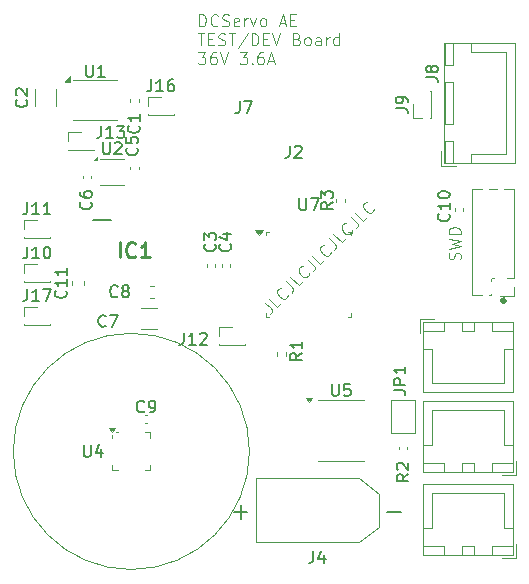
<source format=gbr>
%TF.GenerationSoftware,KiCad,Pcbnew,8.0.2*%
%TF.CreationDate,2024-10-23T20:47:09+03:00*%
%TF.ProjectId,PowerServo AE 36V 3.6A 30D - DEV,506f7765-7253-4657-9276-6f2041452033,rev?*%
%TF.SameCoordinates,Original*%
%TF.FileFunction,Legend,Top*%
%TF.FilePolarity,Positive*%
%FSLAX46Y46*%
G04 Gerber Fmt 4.6, Leading zero omitted, Abs format (unit mm)*
G04 Created by KiCad (PCBNEW 8.0.2) date 2024-10-23 20:47:09*
%MOMM*%
%LPD*%
G01*
G04 APERTURE LIST*
%ADD10C,0.100000*%
%ADD11C,0.300000*%
%ADD12C,0.150000*%
%ADD13C,0.254000*%
%ADD14C,0.120000*%
%ADD15C,0.200000*%
G04 APERTURE END LIST*
D10*
X106309588Y-82395770D02*
X106814665Y-82900847D01*
X106814665Y-82900847D02*
X106882008Y-83035534D01*
X106882008Y-83035534D02*
X106882008Y-83170221D01*
X106882008Y-83170221D02*
X106814665Y-83304908D01*
X106814665Y-83304908D02*
X106747321Y-83372251D01*
X107690130Y-82429442D02*
X107353413Y-82766159D01*
X107353413Y-82766159D02*
X106646306Y-82059053D01*
X108262550Y-81722335D02*
X108262550Y-81789678D01*
X108262550Y-81789678D02*
X108195207Y-81924365D01*
X108195207Y-81924365D02*
X108127863Y-81991709D01*
X108127863Y-81991709D02*
X107993176Y-82059052D01*
X107993176Y-82059052D02*
X107858489Y-82059052D01*
X107858489Y-82059052D02*
X107757474Y-82025381D01*
X107757474Y-82025381D02*
X107589115Y-81924365D01*
X107589115Y-81924365D02*
X107488100Y-81823350D01*
X107488100Y-81823350D02*
X107387085Y-81654991D01*
X107387085Y-81654991D02*
X107353413Y-81553976D01*
X107353413Y-81553976D02*
X107353413Y-81419289D01*
X107353413Y-81419289D02*
X107420757Y-81284602D01*
X107420757Y-81284602D02*
X107488100Y-81217259D01*
X107488100Y-81217259D02*
X107622787Y-81149915D01*
X107622787Y-81149915D02*
X107690131Y-81149915D01*
X108127863Y-80577495D02*
X108632940Y-81082572D01*
X108632940Y-81082572D02*
X108700283Y-81217259D01*
X108700283Y-81217259D02*
X108700283Y-81351946D01*
X108700283Y-81351946D02*
X108632940Y-81486633D01*
X108632940Y-81486633D02*
X108565596Y-81553976D01*
X109508405Y-80611167D02*
X109171688Y-80947884D01*
X109171688Y-80947884D02*
X108464581Y-80240778D01*
X110080825Y-79904060D02*
X110080825Y-79971404D01*
X110080825Y-79971404D02*
X110013482Y-80106091D01*
X110013482Y-80106091D02*
X109946138Y-80173434D01*
X109946138Y-80173434D02*
X109811451Y-80240778D01*
X109811451Y-80240778D02*
X109676764Y-80240778D01*
X109676764Y-80240778D02*
X109575749Y-80207106D01*
X109575749Y-80207106D02*
X109407390Y-80106091D01*
X109407390Y-80106091D02*
X109306375Y-80005075D01*
X109306375Y-80005075D02*
X109205360Y-79836717D01*
X109205360Y-79836717D02*
X109171688Y-79735701D01*
X109171688Y-79735701D02*
X109171688Y-79601014D01*
X109171688Y-79601014D02*
X109239031Y-79466327D01*
X109239031Y-79466327D02*
X109306375Y-79398984D01*
X109306375Y-79398984D02*
X109441062Y-79331640D01*
X109441062Y-79331640D02*
X109508405Y-79331640D01*
X109946138Y-78759220D02*
X110451215Y-79264297D01*
X110451215Y-79264297D02*
X110518558Y-79398984D01*
X110518558Y-79398984D02*
X110518558Y-79533671D01*
X110518558Y-79533671D02*
X110451215Y-79668358D01*
X110451215Y-79668358D02*
X110383871Y-79735701D01*
X111326680Y-78792892D02*
X110989963Y-79129610D01*
X110989963Y-79129610D02*
X110282856Y-78422503D01*
X111899100Y-78085785D02*
X111899100Y-78153129D01*
X111899100Y-78153129D02*
X111831757Y-78287816D01*
X111831757Y-78287816D02*
X111764413Y-78355159D01*
X111764413Y-78355159D02*
X111629726Y-78422503D01*
X111629726Y-78422503D02*
X111495039Y-78422503D01*
X111495039Y-78422503D02*
X111394024Y-78388831D01*
X111394024Y-78388831D02*
X111225665Y-78287816D01*
X111225665Y-78287816D02*
X111124650Y-78186800D01*
X111124650Y-78186800D02*
X111023635Y-78018442D01*
X111023635Y-78018442D02*
X110989963Y-77917426D01*
X110989963Y-77917426D02*
X110989963Y-77782739D01*
X110989963Y-77782739D02*
X111057306Y-77648052D01*
X111057306Y-77648052D02*
X111124650Y-77580709D01*
X111124650Y-77580709D02*
X111259337Y-77513365D01*
X111259337Y-77513365D02*
X111326680Y-77513365D01*
X111764413Y-76940946D02*
X112269489Y-77446022D01*
X112269489Y-77446022D02*
X112336833Y-77580709D01*
X112336833Y-77580709D02*
X112336833Y-77715396D01*
X112336833Y-77715396D02*
X112269489Y-77850083D01*
X112269489Y-77850083D02*
X112202146Y-77917426D01*
X113144955Y-76974617D02*
X112808238Y-77311335D01*
X112808238Y-77311335D02*
X112101131Y-76604228D01*
X113717375Y-76267510D02*
X113717375Y-76334854D01*
X113717375Y-76334854D02*
X113650032Y-76469541D01*
X113650032Y-76469541D02*
X113582688Y-76536884D01*
X113582688Y-76536884D02*
X113448001Y-76604228D01*
X113448001Y-76604228D02*
X113313314Y-76604228D01*
X113313314Y-76604228D02*
X113212299Y-76570556D01*
X113212299Y-76570556D02*
X113043940Y-76469541D01*
X113043940Y-76469541D02*
X112942925Y-76368526D01*
X112942925Y-76368526D02*
X112841909Y-76200167D01*
X112841909Y-76200167D02*
X112808238Y-76099152D01*
X112808238Y-76099152D02*
X112808238Y-75964465D01*
X112808238Y-75964465D02*
X112875581Y-75829777D01*
X112875581Y-75829777D02*
X112942925Y-75762434D01*
X112942925Y-75762434D02*
X113077612Y-75695090D01*
X113077612Y-75695090D02*
X113144955Y-75695090D01*
X113582688Y-75122671D02*
X114087764Y-75627747D01*
X114087764Y-75627747D02*
X114155108Y-75762434D01*
X114155108Y-75762434D02*
X114155108Y-75897121D01*
X114155108Y-75897121D02*
X114087764Y-76031808D01*
X114087764Y-76031808D02*
X114020421Y-76099152D01*
X114963230Y-75156342D02*
X114626512Y-75493060D01*
X114626512Y-75493060D02*
X113919406Y-74785953D01*
X115535650Y-74449235D02*
X115535650Y-74516579D01*
X115535650Y-74516579D02*
X115468306Y-74651266D01*
X115468306Y-74651266D02*
X115400963Y-74718609D01*
X115400963Y-74718609D02*
X115266276Y-74785953D01*
X115266276Y-74785953D02*
X115131589Y-74785953D01*
X115131589Y-74785953D02*
X115030574Y-74752281D01*
X115030574Y-74752281D02*
X114862215Y-74651266D01*
X114862215Y-74651266D02*
X114761200Y-74550251D01*
X114761200Y-74550251D02*
X114660184Y-74381892D01*
X114660184Y-74381892D02*
X114626513Y-74280877D01*
X114626513Y-74280877D02*
X114626513Y-74146190D01*
X114626513Y-74146190D02*
X114693856Y-74011503D01*
X114693856Y-74011503D02*
X114761200Y-73944159D01*
X114761200Y-73944159D02*
X114895887Y-73876816D01*
X114895887Y-73876816D02*
X114963230Y-73876816D01*
X100753884Y-59002531D02*
X100753884Y-58002531D01*
X100753884Y-58002531D02*
X100991979Y-58002531D01*
X100991979Y-58002531D02*
X101134836Y-58050150D01*
X101134836Y-58050150D02*
X101230074Y-58145388D01*
X101230074Y-58145388D02*
X101277693Y-58240626D01*
X101277693Y-58240626D02*
X101325312Y-58431102D01*
X101325312Y-58431102D02*
X101325312Y-58573959D01*
X101325312Y-58573959D02*
X101277693Y-58764435D01*
X101277693Y-58764435D02*
X101230074Y-58859673D01*
X101230074Y-58859673D02*
X101134836Y-58954912D01*
X101134836Y-58954912D02*
X100991979Y-59002531D01*
X100991979Y-59002531D02*
X100753884Y-59002531D01*
X102325312Y-58907292D02*
X102277693Y-58954912D01*
X102277693Y-58954912D02*
X102134836Y-59002531D01*
X102134836Y-59002531D02*
X102039598Y-59002531D01*
X102039598Y-59002531D02*
X101896741Y-58954912D01*
X101896741Y-58954912D02*
X101801503Y-58859673D01*
X101801503Y-58859673D02*
X101753884Y-58764435D01*
X101753884Y-58764435D02*
X101706265Y-58573959D01*
X101706265Y-58573959D02*
X101706265Y-58431102D01*
X101706265Y-58431102D02*
X101753884Y-58240626D01*
X101753884Y-58240626D02*
X101801503Y-58145388D01*
X101801503Y-58145388D02*
X101896741Y-58050150D01*
X101896741Y-58050150D02*
X102039598Y-58002531D01*
X102039598Y-58002531D02*
X102134836Y-58002531D01*
X102134836Y-58002531D02*
X102277693Y-58050150D01*
X102277693Y-58050150D02*
X102325312Y-58097769D01*
X102706265Y-58954912D02*
X102849122Y-59002531D01*
X102849122Y-59002531D02*
X103087217Y-59002531D01*
X103087217Y-59002531D02*
X103182455Y-58954912D01*
X103182455Y-58954912D02*
X103230074Y-58907292D01*
X103230074Y-58907292D02*
X103277693Y-58812054D01*
X103277693Y-58812054D02*
X103277693Y-58716816D01*
X103277693Y-58716816D02*
X103230074Y-58621578D01*
X103230074Y-58621578D02*
X103182455Y-58573959D01*
X103182455Y-58573959D02*
X103087217Y-58526340D01*
X103087217Y-58526340D02*
X102896741Y-58478721D01*
X102896741Y-58478721D02*
X102801503Y-58431102D01*
X102801503Y-58431102D02*
X102753884Y-58383483D01*
X102753884Y-58383483D02*
X102706265Y-58288245D01*
X102706265Y-58288245D02*
X102706265Y-58193007D01*
X102706265Y-58193007D02*
X102753884Y-58097769D01*
X102753884Y-58097769D02*
X102801503Y-58050150D01*
X102801503Y-58050150D02*
X102896741Y-58002531D01*
X102896741Y-58002531D02*
X103134836Y-58002531D01*
X103134836Y-58002531D02*
X103277693Y-58050150D01*
X104087217Y-58954912D02*
X103991979Y-59002531D01*
X103991979Y-59002531D02*
X103801503Y-59002531D01*
X103801503Y-59002531D02*
X103706265Y-58954912D01*
X103706265Y-58954912D02*
X103658646Y-58859673D01*
X103658646Y-58859673D02*
X103658646Y-58478721D01*
X103658646Y-58478721D02*
X103706265Y-58383483D01*
X103706265Y-58383483D02*
X103801503Y-58335864D01*
X103801503Y-58335864D02*
X103991979Y-58335864D01*
X103991979Y-58335864D02*
X104087217Y-58383483D01*
X104087217Y-58383483D02*
X104134836Y-58478721D01*
X104134836Y-58478721D02*
X104134836Y-58573959D01*
X104134836Y-58573959D02*
X103658646Y-58669197D01*
X104563408Y-59002531D02*
X104563408Y-58335864D01*
X104563408Y-58526340D02*
X104611027Y-58431102D01*
X104611027Y-58431102D02*
X104658646Y-58383483D01*
X104658646Y-58383483D02*
X104753884Y-58335864D01*
X104753884Y-58335864D02*
X104849122Y-58335864D01*
X105087218Y-58335864D02*
X105325313Y-59002531D01*
X105325313Y-59002531D02*
X105563408Y-58335864D01*
X106087218Y-59002531D02*
X105991980Y-58954912D01*
X105991980Y-58954912D02*
X105944361Y-58907292D01*
X105944361Y-58907292D02*
X105896742Y-58812054D01*
X105896742Y-58812054D02*
X105896742Y-58526340D01*
X105896742Y-58526340D02*
X105944361Y-58431102D01*
X105944361Y-58431102D02*
X105991980Y-58383483D01*
X105991980Y-58383483D02*
X106087218Y-58335864D01*
X106087218Y-58335864D02*
X106230075Y-58335864D01*
X106230075Y-58335864D02*
X106325313Y-58383483D01*
X106325313Y-58383483D02*
X106372932Y-58431102D01*
X106372932Y-58431102D02*
X106420551Y-58526340D01*
X106420551Y-58526340D02*
X106420551Y-58812054D01*
X106420551Y-58812054D02*
X106372932Y-58907292D01*
X106372932Y-58907292D02*
X106325313Y-58954912D01*
X106325313Y-58954912D02*
X106230075Y-59002531D01*
X106230075Y-59002531D02*
X106087218Y-59002531D01*
X107563409Y-58716816D02*
X108039599Y-58716816D01*
X107468171Y-59002531D02*
X107801504Y-58002531D01*
X107801504Y-58002531D02*
X108134837Y-59002531D01*
X108468171Y-58478721D02*
X108801504Y-58478721D01*
X108944361Y-59002531D02*
X108468171Y-59002531D01*
X108468171Y-59002531D02*
X108468171Y-58002531D01*
X108468171Y-58002531D02*
X108944361Y-58002531D01*
X100611027Y-59612475D02*
X101182455Y-59612475D01*
X100896741Y-60612475D02*
X100896741Y-59612475D01*
X101515789Y-60088665D02*
X101849122Y-60088665D01*
X101991979Y-60612475D02*
X101515789Y-60612475D01*
X101515789Y-60612475D02*
X101515789Y-59612475D01*
X101515789Y-59612475D02*
X101991979Y-59612475D01*
X102372932Y-60564856D02*
X102515789Y-60612475D01*
X102515789Y-60612475D02*
X102753884Y-60612475D01*
X102753884Y-60612475D02*
X102849122Y-60564856D01*
X102849122Y-60564856D02*
X102896741Y-60517236D01*
X102896741Y-60517236D02*
X102944360Y-60421998D01*
X102944360Y-60421998D02*
X102944360Y-60326760D01*
X102944360Y-60326760D02*
X102896741Y-60231522D01*
X102896741Y-60231522D02*
X102849122Y-60183903D01*
X102849122Y-60183903D02*
X102753884Y-60136284D01*
X102753884Y-60136284D02*
X102563408Y-60088665D01*
X102563408Y-60088665D02*
X102468170Y-60041046D01*
X102468170Y-60041046D02*
X102420551Y-59993427D01*
X102420551Y-59993427D02*
X102372932Y-59898189D01*
X102372932Y-59898189D02*
X102372932Y-59802951D01*
X102372932Y-59802951D02*
X102420551Y-59707713D01*
X102420551Y-59707713D02*
X102468170Y-59660094D01*
X102468170Y-59660094D02*
X102563408Y-59612475D01*
X102563408Y-59612475D02*
X102801503Y-59612475D01*
X102801503Y-59612475D02*
X102944360Y-59660094D01*
X103230075Y-59612475D02*
X103801503Y-59612475D01*
X103515789Y-60612475D02*
X103515789Y-59612475D01*
X104849122Y-59564856D02*
X103991980Y-60850570D01*
X105182456Y-60612475D02*
X105182456Y-59612475D01*
X105182456Y-59612475D02*
X105420551Y-59612475D01*
X105420551Y-59612475D02*
X105563408Y-59660094D01*
X105563408Y-59660094D02*
X105658646Y-59755332D01*
X105658646Y-59755332D02*
X105706265Y-59850570D01*
X105706265Y-59850570D02*
X105753884Y-60041046D01*
X105753884Y-60041046D02*
X105753884Y-60183903D01*
X105753884Y-60183903D02*
X105706265Y-60374379D01*
X105706265Y-60374379D02*
X105658646Y-60469617D01*
X105658646Y-60469617D02*
X105563408Y-60564856D01*
X105563408Y-60564856D02*
X105420551Y-60612475D01*
X105420551Y-60612475D02*
X105182456Y-60612475D01*
X106182456Y-60088665D02*
X106515789Y-60088665D01*
X106658646Y-60612475D02*
X106182456Y-60612475D01*
X106182456Y-60612475D02*
X106182456Y-59612475D01*
X106182456Y-59612475D02*
X106658646Y-59612475D01*
X106944361Y-59612475D02*
X107277694Y-60612475D01*
X107277694Y-60612475D02*
X107611027Y-59612475D01*
X109039599Y-60088665D02*
X109182456Y-60136284D01*
X109182456Y-60136284D02*
X109230075Y-60183903D01*
X109230075Y-60183903D02*
X109277694Y-60279141D01*
X109277694Y-60279141D02*
X109277694Y-60421998D01*
X109277694Y-60421998D02*
X109230075Y-60517236D01*
X109230075Y-60517236D02*
X109182456Y-60564856D01*
X109182456Y-60564856D02*
X109087218Y-60612475D01*
X109087218Y-60612475D02*
X108706266Y-60612475D01*
X108706266Y-60612475D02*
X108706266Y-59612475D01*
X108706266Y-59612475D02*
X109039599Y-59612475D01*
X109039599Y-59612475D02*
X109134837Y-59660094D01*
X109134837Y-59660094D02*
X109182456Y-59707713D01*
X109182456Y-59707713D02*
X109230075Y-59802951D01*
X109230075Y-59802951D02*
X109230075Y-59898189D01*
X109230075Y-59898189D02*
X109182456Y-59993427D01*
X109182456Y-59993427D02*
X109134837Y-60041046D01*
X109134837Y-60041046D02*
X109039599Y-60088665D01*
X109039599Y-60088665D02*
X108706266Y-60088665D01*
X109849123Y-60612475D02*
X109753885Y-60564856D01*
X109753885Y-60564856D02*
X109706266Y-60517236D01*
X109706266Y-60517236D02*
X109658647Y-60421998D01*
X109658647Y-60421998D02*
X109658647Y-60136284D01*
X109658647Y-60136284D02*
X109706266Y-60041046D01*
X109706266Y-60041046D02*
X109753885Y-59993427D01*
X109753885Y-59993427D02*
X109849123Y-59945808D01*
X109849123Y-59945808D02*
X109991980Y-59945808D01*
X109991980Y-59945808D02*
X110087218Y-59993427D01*
X110087218Y-59993427D02*
X110134837Y-60041046D01*
X110134837Y-60041046D02*
X110182456Y-60136284D01*
X110182456Y-60136284D02*
X110182456Y-60421998D01*
X110182456Y-60421998D02*
X110134837Y-60517236D01*
X110134837Y-60517236D02*
X110087218Y-60564856D01*
X110087218Y-60564856D02*
X109991980Y-60612475D01*
X109991980Y-60612475D02*
X109849123Y-60612475D01*
X111039599Y-60612475D02*
X111039599Y-60088665D01*
X111039599Y-60088665D02*
X110991980Y-59993427D01*
X110991980Y-59993427D02*
X110896742Y-59945808D01*
X110896742Y-59945808D02*
X110706266Y-59945808D01*
X110706266Y-59945808D02*
X110611028Y-59993427D01*
X111039599Y-60564856D02*
X110944361Y-60612475D01*
X110944361Y-60612475D02*
X110706266Y-60612475D01*
X110706266Y-60612475D02*
X110611028Y-60564856D01*
X110611028Y-60564856D02*
X110563409Y-60469617D01*
X110563409Y-60469617D02*
X110563409Y-60374379D01*
X110563409Y-60374379D02*
X110611028Y-60279141D01*
X110611028Y-60279141D02*
X110706266Y-60231522D01*
X110706266Y-60231522D02*
X110944361Y-60231522D01*
X110944361Y-60231522D02*
X111039599Y-60183903D01*
X111515790Y-60612475D02*
X111515790Y-59945808D01*
X111515790Y-60136284D02*
X111563409Y-60041046D01*
X111563409Y-60041046D02*
X111611028Y-59993427D01*
X111611028Y-59993427D02*
X111706266Y-59945808D01*
X111706266Y-59945808D02*
X111801504Y-59945808D01*
X112563409Y-60612475D02*
X112563409Y-59612475D01*
X112563409Y-60564856D02*
X112468171Y-60612475D01*
X112468171Y-60612475D02*
X112277695Y-60612475D01*
X112277695Y-60612475D02*
X112182457Y-60564856D01*
X112182457Y-60564856D02*
X112134838Y-60517236D01*
X112134838Y-60517236D02*
X112087219Y-60421998D01*
X112087219Y-60421998D02*
X112087219Y-60136284D01*
X112087219Y-60136284D02*
X112134838Y-60041046D01*
X112134838Y-60041046D02*
X112182457Y-59993427D01*
X112182457Y-59993427D02*
X112277695Y-59945808D01*
X112277695Y-59945808D02*
X112468171Y-59945808D01*
X112468171Y-59945808D02*
X112563409Y-59993427D01*
X100658646Y-61222419D02*
X101277693Y-61222419D01*
X101277693Y-61222419D02*
X100944360Y-61603371D01*
X100944360Y-61603371D02*
X101087217Y-61603371D01*
X101087217Y-61603371D02*
X101182455Y-61650990D01*
X101182455Y-61650990D02*
X101230074Y-61698609D01*
X101230074Y-61698609D02*
X101277693Y-61793847D01*
X101277693Y-61793847D02*
X101277693Y-62031942D01*
X101277693Y-62031942D02*
X101230074Y-62127180D01*
X101230074Y-62127180D02*
X101182455Y-62174800D01*
X101182455Y-62174800D02*
X101087217Y-62222419D01*
X101087217Y-62222419D02*
X100801503Y-62222419D01*
X100801503Y-62222419D02*
X100706265Y-62174800D01*
X100706265Y-62174800D02*
X100658646Y-62127180D01*
X102134836Y-61222419D02*
X101944360Y-61222419D01*
X101944360Y-61222419D02*
X101849122Y-61270038D01*
X101849122Y-61270038D02*
X101801503Y-61317657D01*
X101801503Y-61317657D02*
X101706265Y-61460514D01*
X101706265Y-61460514D02*
X101658646Y-61650990D01*
X101658646Y-61650990D02*
X101658646Y-62031942D01*
X101658646Y-62031942D02*
X101706265Y-62127180D01*
X101706265Y-62127180D02*
X101753884Y-62174800D01*
X101753884Y-62174800D02*
X101849122Y-62222419D01*
X101849122Y-62222419D02*
X102039598Y-62222419D01*
X102039598Y-62222419D02*
X102134836Y-62174800D01*
X102134836Y-62174800D02*
X102182455Y-62127180D01*
X102182455Y-62127180D02*
X102230074Y-62031942D01*
X102230074Y-62031942D02*
X102230074Y-61793847D01*
X102230074Y-61793847D02*
X102182455Y-61698609D01*
X102182455Y-61698609D02*
X102134836Y-61650990D01*
X102134836Y-61650990D02*
X102039598Y-61603371D01*
X102039598Y-61603371D02*
X101849122Y-61603371D01*
X101849122Y-61603371D02*
X101753884Y-61650990D01*
X101753884Y-61650990D02*
X101706265Y-61698609D01*
X101706265Y-61698609D02*
X101658646Y-61793847D01*
X102515789Y-61222419D02*
X102849122Y-62222419D01*
X102849122Y-62222419D02*
X103182455Y-61222419D01*
X104182456Y-61222419D02*
X104801503Y-61222419D01*
X104801503Y-61222419D02*
X104468170Y-61603371D01*
X104468170Y-61603371D02*
X104611027Y-61603371D01*
X104611027Y-61603371D02*
X104706265Y-61650990D01*
X104706265Y-61650990D02*
X104753884Y-61698609D01*
X104753884Y-61698609D02*
X104801503Y-61793847D01*
X104801503Y-61793847D02*
X104801503Y-62031942D01*
X104801503Y-62031942D02*
X104753884Y-62127180D01*
X104753884Y-62127180D02*
X104706265Y-62174800D01*
X104706265Y-62174800D02*
X104611027Y-62222419D01*
X104611027Y-62222419D02*
X104325313Y-62222419D01*
X104325313Y-62222419D02*
X104230075Y-62174800D01*
X104230075Y-62174800D02*
X104182456Y-62127180D01*
X105230075Y-62127180D02*
X105277694Y-62174800D01*
X105277694Y-62174800D02*
X105230075Y-62222419D01*
X105230075Y-62222419D02*
X105182456Y-62174800D01*
X105182456Y-62174800D02*
X105230075Y-62127180D01*
X105230075Y-62127180D02*
X105230075Y-62222419D01*
X106134836Y-61222419D02*
X105944360Y-61222419D01*
X105944360Y-61222419D02*
X105849122Y-61270038D01*
X105849122Y-61270038D02*
X105801503Y-61317657D01*
X105801503Y-61317657D02*
X105706265Y-61460514D01*
X105706265Y-61460514D02*
X105658646Y-61650990D01*
X105658646Y-61650990D02*
X105658646Y-62031942D01*
X105658646Y-62031942D02*
X105706265Y-62127180D01*
X105706265Y-62127180D02*
X105753884Y-62174800D01*
X105753884Y-62174800D02*
X105849122Y-62222419D01*
X105849122Y-62222419D02*
X106039598Y-62222419D01*
X106039598Y-62222419D02*
X106134836Y-62174800D01*
X106134836Y-62174800D02*
X106182455Y-62127180D01*
X106182455Y-62127180D02*
X106230074Y-62031942D01*
X106230074Y-62031942D02*
X106230074Y-61793847D01*
X106230074Y-61793847D02*
X106182455Y-61698609D01*
X106182455Y-61698609D02*
X106134836Y-61650990D01*
X106134836Y-61650990D02*
X106039598Y-61603371D01*
X106039598Y-61603371D02*
X105849122Y-61603371D01*
X105849122Y-61603371D02*
X105753884Y-61650990D01*
X105753884Y-61650990D02*
X105706265Y-61698609D01*
X105706265Y-61698609D02*
X105658646Y-61793847D01*
X106611027Y-61936704D02*
X107087217Y-61936704D01*
X106515789Y-62222419D02*
X106849122Y-61222419D01*
X106849122Y-61222419D02*
X107182455Y-62222419D01*
X105000000Y-95000000D02*
G75*
G02*
X85000000Y-95000000I-10000000J0D01*
G01*
X85000000Y-95000000D02*
G75*
G02*
X105000000Y-95000000I10000000J0D01*
G01*
D11*
X126650000Y-82250000D02*
G75*
G02*
X126350000Y-82250000I-150000J0D01*
G01*
X126350000Y-82250000D02*
G75*
G02*
X126650000Y-82250000I150000J0D01*
G01*
D10*
X122824800Y-78743734D02*
X122872419Y-78600877D01*
X122872419Y-78600877D02*
X122872419Y-78362782D01*
X122872419Y-78362782D02*
X122824800Y-78267544D01*
X122824800Y-78267544D02*
X122777180Y-78219925D01*
X122777180Y-78219925D02*
X122681942Y-78172306D01*
X122681942Y-78172306D02*
X122586704Y-78172306D01*
X122586704Y-78172306D02*
X122491466Y-78219925D01*
X122491466Y-78219925D02*
X122443847Y-78267544D01*
X122443847Y-78267544D02*
X122396228Y-78362782D01*
X122396228Y-78362782D02*
X122348609Y-78553258D01*
X122348609Y-78553258D02*
X122300990Y-78648496D01*
X122300990Y-78648496D02*
X122253371Y-78696115D01*
X122253371Y-78696115D02*
X122158133Y-78743734D01*
X122158133Y-78743734D02*
X122062895Y-78743734D01*
X122062895Y-78743734D02*
X121967657Y-78696115D01*
X121967657Y-78696115D02*
X121920038Y-78648496D01*
X121920038Y-78648496D02*
X121872419Y-78553258D01*
X121872419Y-78553258D02*
X121872419Y-78315163D01*
X121872419Y-78315163D02*
X121920038Y-78172306D01*
X121872419Y-77838972D02*
X122872419Y-77600877D01*
X122872419Y-77600877D02*
X122158133Y-77410401D01*
X122158133Y-77410401D02*
X122872419Y-77219925D01*
X122872419Y-77219925D02*
X121872419Y-76981830D01*
X122872419Y-76600877D02*
X121872419Y-76600877D01*
X121872419Y-76600877D02*
X121872419Y-76362782D01*
X121872419Y-76362782D02*
X121920038Y-76219925D01*
X121920038Y-76219925D02*
X122015276Y-76124687D01*
X122015276Y-76124687D02*
X122110514Y-76077068D01*
X122110514Y-76077068D02*
X122300990Y-76029449D01*
X122300990Y-76029449D02*
X122443847Y-76029449D01*
X122443847Y-76029449D02*
X122634323Y-76077068D01*
X122634323Y-76077068D02*
X122729561Y-76124687D01*
X122729561Y-76124687D02*
X122824800Y-76219925D01*
X122824800Y-76219925D02*
X122872419Y-76362782D01*
X122872419Y-76362782D02*
X122872419Y-76600877D01*
D12*
X103359580Y-77456666D02*
X103407200Y-77504285D01*
X103407200Y-77504285D02*
X103454819Y-77647142D01*
X103454819Y-77647142D02*
X103454819Y-77742380D01*
X103454819Y-77742380D02*
X103407200Y-77885237D01*
X103407200Y-77885237D02*
X103311961Y-77980475D01*
X103311961Y-77980475D02*
X103216723Y-78028094D01*
X103216723Y-78028094D02*
X103026247Y-78075713D01*
X103026247Y-78075713D02*
X102883390Y-78075713D01*
X102883390Y-78075713D02*
X102692914Y-78028094D01*
X102692914Y-78028094D02*
X102597676Y-77980475D01*
X102597676Y-77980475D02*
X102502438Y-77885237D01*
X102502438Y-77885237D02*
X102454819Y-77742380D01*
X102454819Y-77742380D02*
X102454819Y-77647142D01*
X102454819Y-77647142D02*
X102502438Y-77504285D01*
X102502438Y-77504285D02*
X102550057Y-77456666D01*
X102788152Y-76599523D02*
X103454819Y-76599523D01*
X102407200Y-76837618D02*
X103121485Y-77075713D01*
X103121485Y-77075713D02*
X103121485Y-76456666D01*
X118454821Y-96916668D02*
X117978630Y-97250001D01*
X118454821Y-97488096D02*
X117454821Y-97488096D01*
X117454821Y-97488096D02*
X117454821Y-97107144D01*
X117454821Y-97107144D02*
X117502440Y-97011906D01*
X117502440Y-97011906D02*
X117550059Y-96964287D01*
X117550059Y-96964287D02*
X117645297Y-96916668D01*
X117645297Y-96916668D02*
X117788154Y-96916668D01*
X117788154Y-96916668D02*
X117883392Y-96964287D01*
X117883392Y-96964287D02*
X117931011Y-97011906D01*
X117931011Y-97011906D02*
X117978630Y-97107144D01*
X117978630Y-97107144D02*
X117978630Y-97488096D01*
X117550059Y-96535715D02*
X117502440Y-96488096D01*
X117502440Y-96488096D02*
X117454821Y-96392858D01*
X117454821Y-96392858D02*
X117454821Y-96154763D01*
X117454821Y-96154763D02*
X117502440Y-96059525D01*
X117502440Y-96059525D02*
X117550059Y-96011906D01*
X117550059Y-96011906D02*
X117645297Y-95964287D01*
X117645297Y-95964287D02*
X117740535Y-95964287D01*
X117740535Y-95964287D02*
X117883392Y-96011906D01*
X117883392Y-96011906D02*
X118454821Y-96583334D01*
X118454821Y-96583334D02*
X118454821Y-95964287D01*
X119954821Y-63333335D02*
X120669106Y-63333335D01*
X120669106Y-63333335D02*
X120811963Y-63380954D01*
X120811963Y-63380954D02*
X120907202Y-63476192D01*
X120907202Y-63476192D02*
X120954821Y-63619049D01*
X120954821Y-63619049D02*
X120954821Y-63714287D01*
X120383392Y-62714287D02*
X120335773Y-62809525D01*
X120335773Y-62809525D02*
X120288154Y-62857144D01*
X120288154Y-62857144D02*
X120192916Y-62904763D01*
X120192916Y-62904763D02*
X120145297Y-62904763D01*
X120145297Y-62904763D02*
X120050059Y-62857144D01*
X120050059Y-62857144D02*
X120002440Y-62809525D01*
X120002440Y-62809525D02*
X119954821Y-62714287D01*
X119954821Y-62714287D02*
X119954821Y-62523811D01*
X119954821Y-62523811D02*
X120002440Y-62428573D01*
X120002440Y-62428573D02*
X120050059Y-62380954D01*
X120050059Y-62380954D02*
X120145297Y-62333335D01*
X120145297Y-62333335D02*
X120192916Y-62333335D01*
X120192916Y-62333335D02*
X120288154Y-62380954D01*
X120288154Y-62380954D02*
X120335773Y-62428573D01*
X120335773Y-62428573D02*
X120383392Y-62523811D01*
X120383392Y-62523811D02*
X120383392Y-62714287D01*
X120383392Y-62714287D02*
X120431011Y-62809525D01*
X120431011Y-62809525D02*
X120478630Y-62857144D01*
X120478630Y-62857144D02*
X120573868Y-62904763D01*
X120573868Y-62904763D02*
X120764344Y-62904763D01*
X120764344Y-62904763D02*
X120859582Y-62857144D01*
X120859582Y-62857144D02*
X120907202Y-62809525D01*
X120907202Y-62809525D02*
X120954821Y-62714287D01*
X120954821Y-62714287D02*
X120954821Y-62523811D01*
X120954821Y-62523811D02*
X120907202Y-62428573D01*
X120907202Y-62428573D02*
X120859582Y-62380954D01*
X120859582Y-62380954D02*
X120764344Y-62333335D01*
X120764344Y-62333335D02*
X120573868Y-62333335D01*
X120573868Y-62333335D02*
X120478630Y-62380954D01*
X120478630Y-62380954D02*
X120431011Y-62428573D01*
X120431011Y-62428573D02*
X120383392Y-62523811D01*
X112034819Y-73916666D02*
X111558628Y-74249999D01*
X112034819Y-74488094D02*
X111034819Y-74488094D01*
X111034819Y-74488094D02*
X111034819Y-74107142D01*
X111034819Y-74107142D02*
X111082438Y-74011904D01*
X111082438Y-74011904D02*
X111130057Y-73964285D01*
X111130057Y-73964285D02*
X111225295Y-73916666D01*
X111225295Y-73916666D02*
X111368152Y-73916666D01*
X111368152Y-73916666D02*
X111463390Y-73964285D01*
X111463390Y-73964285D02*
X111511009Y-74011904D01*
X111511009Y-74011904D02*
X111558628Y-74107142D01*
X111558628Y-74107142D02*
X111558628Y-74488094D01*
X111034819Y-73583332D02*
X111034819Y-72964285D01*
X111034819Y-72964285D02*
X111415771Y-73297618D01*
X111415771Y-73297618D02*
X111415771Y-73154761D01*
X111415771Y-73154761D02*
X111463390Y-73059523D01*
X111463390Y-73059523D02*
X111511009Y-73011904D01*
X111511009Y-73011904D02*
X111606247Y-72964285D01*
X111606247Y-72964285D02*
X111844342Y-72964285D01*
X111844342Y-72964285D02*
X111939580Y-73011904D01*
X111939580Y-73011904D02*
X111987200Y-73059523D01*
X111987200Y-73059523D02*
X112034819Y-73154761D01*
X112034819Y-73154761D02*
X112034819Y-73440475D01*
X112034819Y-73440475D02*
X111987200Y-73535713D01*
X111987200Y-73535713D02*
X111939580Y-73583332D01*
X95472080Y-69296668D02*
X95519700Y-69344287D01*
X95519700Y-69344287D02*
X95567319Y-69487144D01*
X95567319Y-69487144D02*
X95567319Y-69582382D01*
X95567319Y-69582382D02*
X95519700Y-69725239D01*
X95519700Y-69725239D02*
X95424461Y-69820477D01*
X95424461Y-69820477D02*
X95329223Y-69868096D01*
X95329223Y-69868096D02*
X95138747Y-69915715D01*
X95138747Y-69915715D02*
X94995890Y-69915715D01*
X94995890Y-69915715D02*
X94805414Y-69868096D01*
X94805414Y-69868096D02*
X94710176Y-69820477D01*
X94710176Y-69820477D02*
X94614938Y-69725239D01*
X94614938Y-69725239D02*
X94567319Y-69582382D01*
X94567319Y-69582382D02*
X94567319Y-69487144D01*
X94567319Y-69487144D02*
X94614938Y-69344287D01*
X94614938Y-69344287D02*
X94662557Y-69296668D01*
X94567319Y-68391906D02*
X94567319Y-68868096D01*
X94567319Y-68868096D02*
X95043509Y-68915715D01*
X95043509Y-68915715D02*
X94995890Y-68868096D01*
X94995890Y-68868096D02*
X94948271Y-68772858D01*
X94948271Y-68772858D02*
X94948271Y-68534763D01*
X94948271Y-68534763D02*
X94995890Y-68439525D01*
X94995890Y-68439525D02*
X95043509Y-68391906D01*
X95043509Y-68391906D02*
X95138747Y-68344287D01*
X95138747Y-68344287D02*
X95376842Y-68344287D01*
X95376842Y-68344287D02*
X95472080Y-68391906D01*
X95472080Y-68391906D02*
X95519700Y-68439525D01*
X95519700Y-68439525D02*
X95567319Y-68534763D01*
X95567319Y-68534763D02*
X95567319Y-68772858D01*
X95567319Y-68772858D02*
X95519700Y-68868096D01*
X95519700Y-68868096D02*
X95472080Y-68915715D01*
X86190476Y-77664819D02*
X86190476Y-78379104D01*
X86190476Y-78379104D02*
X86142857Y-78521961D01*
X86142857Y-78521961D02*
X86047619Y-78617200D01*
X86047619Y-78617200D02*
X85904762Y-78664819D01*
X85904762Y-78664819D02*
X85809524Y-78664819D01*
X87190476Y-78664819D02*
X86619048Y-78664819D01*
X86904762Y-78664819D02*
X86904762Y-77664819D01*
X86904762Y-77664819D02*
X86809524Y-77807676D01*
X86809524Y-77807676D02*
X86714286Y-77902914D01*
X86714286Y-77902914D02*
X86619048Y-77950533D01*
X87809524Y-77664819D02*
X87904762Y-77664819D01*
X87904762Y-77664819D02*
X88000000Y-77712438D01*
X88000000Y-77712438D02*
X88047619Y-77760057D01*
X88047619Y-77760057D02*
X88095238Y-77855295D01*
X88095238Y-77855295D02*
X88142857Y-78045771D01*
X88142857Y-78045771D02*
X88142857Y-78283866D01*
X88142857Y-78283866D02*
X88095238Y-78474342D01*
X88095238Y-78474342D02*
X88047619Y-78569580D01*
X88047619Y-78569580D02*
X88000000Y-78617200D01*
X88000000Y-78617200D02*
X87904762Y-78664819D01*
X87904762Y-78664819D02*
X87809524Y-78664819D01*
X87809524Y-78664819D02*
X87714286Y-78617200D01*
X87714286Y-78617200D02*
X87666667Y-78569580D01*
X87666667Y-78569580D02*
X87619048Y-78474342D01*
X87619048Y-78474342D02*
X87571429Y-78283866D01*
X87571429Y-78283866D02*
X87571429Y-78045771D01*
X87571429Y-78045771D02*
X87619048Y-77855295D01*
X87619048Y-77855295D02*
X87666667Y-77760057D01*
X87666667Y-77760057D02*
X87714286Y-77712438D01*
X87714286Y-77712438D02*
X87809524Y-77664819D01*
X110416668Y-103454819D02*
X110416668Y-104169104D01*
X110416668Y-104169104D02*
X110369049Y-104311961D01*
X110369049Y-104311961D02*
X110273811Y-104407200D01*
X110273811Y-104407200D02*
X110130954Y-104454819D01*
X110130954Y-104454819D02*
X110035716Y-104454819D01*
X111321430Y-103788152D02*
X111321430Y-104454819D01*
X111083335Y-103407200D02*
X110845240Y-104121485D01*
X110845240Y-104121485D02*
X111464287Y-104121485D01*
X116678571Y-100114700D02*
X117821429Y-100114700D01*
X103678571Y-100114697D02*
X104821429Y-100114697D01*
X104250000Y-100686125D02*
X104250000Y-99543268D01*
X90988095Y-94454819D02*
X90988095Y-95264342D01*
X90988095Y-95264342D02*
X91035714Y-95359580D01*
X91035714Y-95359580D02*
X91083333Y-95407200D01*
X91083333Y-95407200D02*
X91178571Y-95454819D01*
X91178571Y-95454819D02*
X91369047Y-95454819D01*
X91369047Y-95454819D02*
X91464285Y-95407200D01*
X91464285Y-95407200D02*
X91511904Y-95359580D01*
X91511904Y-95359580D02*
X91559523Y-95264342D01*
X91559523Y-95264342D02*
X91559523Y-94454819D01*
X92464285Y-94788152D02*
X92464285Y-95454819D01*
X92226190Y-94407200D02*
X91988095Y-95121485D01*
X91988095Y-95121485D02*
X92607142Y-95121485D01*
X86190476Y-73914819D02*
X86190476Y-74629104D01*
X86190476Y-74629104D02*
X86142857Y-74771961D01*
X86142857Y-74771961D02*
X86047619Y-74867200D01*
X86047619Y-74867200D02*
X85904762Y-74914819D01*
X85904762Y-74914819D02*
X85809524Y-74914819D01*
X87190476Y-74914819D02*
X86619048Y-74914819D01*
X86904762Y-74914819D02*
X86904762Y-73914819D01*
X86904762Y-73914819D02*
X86809524Y-74057676D01*
X86809524Y-74057676D02*
X86714286Y-74152914D01*
X86714286Y-74152914D02*
X86619048Y-74200533D01*
X88142857Y-74914819D02*
X87571429Y-74914819D01*
X87857143Y-74914819D02*
X87857143Y-73914819D01*
X87857143Y-73914819D02*
X87761905Y-74057676D01*
X87761905Y-74057676D02*
X87666667Y-74152914D01*
X87666667Y-74152914D02*
X87571429Y-74200533D01*
X111988096Y-89304822D02*
X111988096Y-90114345D01*
X111988096Y-90114345D02*
X112035715Y-90209583D01*
X112035715Y-90209583D02*
X112083334Y-90257203D01*
X112083334Y-90257203D02*
X112178572Y-90304822D01*
X112178572Y-90304822D02*
X112369048Y-90304822D01*
X112369048Y-90304822D02*
X112464286Y-90257203D01*
X112464286Y-90257203D02*
X112511905Y-90209583D01*
X112511905Y-90209583D02*
X112559524Y-90114345D01*
X112559524Y-90114345D02*
X112559524Y-89304822D01*
X113511905Y-89304822D02*
X113035715Y-89304822D01*
X113035715Y-89304822D02*
X112988096Y-89781012D01*
X112988096Y-89781012D02*
X113035715Y-89733393D01*
X113035715Y-89733393D02*
X113130953Y-89685774D01*
X113130953Y-89685774D02*
X113369048Y-89685774D01*
X113369048Y-89685774D02*
X113464286Y-89733393D01*
X113464286Y-89733393D02*
X113511905Y-89781012D01*
X113511905Y-89781012D02*
X113559524Y-89876250D01*
X113559524Y-89876250D02*
X113559524Y-90114345D01*
X113559524Y-90114345D02*
X113511905Y-90209583D01*
X113511905Y-90209583D02*
X113464286Y-90257203D01*
X113464286Y-90257203D02*
X113369048Y-90304822D01*
X113369048Y-90304822D02*
X113130953Y-90304822D01*
X113130953Y-90304822D02*
X113035715Y-90257203D01*
X113035715Y-90257203D02*
X112988096Y-90209583D01*
X86190476Y-81259819D02*
X86190476Y-81974104D01*
X86190476Y-81974104D02*
X86142857Y-82116961D01*
X86142857Y-82116961D02*
X86047619Y-82212200D01*
X86047619Y-82212200D02*
X85904762Y-82259819D01*
X85904762Y-82259819D02*
X85809524Y-82259819D01*
X87190476Y-82259819D02*
X86619048Y-82259819D01*
X86904762Y-82259819D02*
X86904762Y-81259819D01*
X86904762Y-81259819D02*
X86809524Y-81402676D01*
X86809524Y-81402676D02*
X86714286Y-81497914D01*
X86714286Y-81497914D02*
X86619048Y-81545533D01*
X87523810Y-81259819D02*
X88190476Y-81259819D01*
X88190476Y-81259819D02*
X87761905Y-82259819D01*
X89429581Y-81392858D02*
X89477201Y-81440477D01*
X89477201Y-81440477D02*
X89524820Y-81583334D01*
X89524820Y-81583334D02*
X89524820Y-81678572D01*
X89524820Y-81678572D02*
X89477201Y-81821429D01*
X89477201Y-81821429D02*
X89381962Y-81916667D01*
X89381962Y-81916667D02*
X89286724Y-81964286D01*
X89286724Y-81964286D02*
X89096248Y-82011905D01*
X89096248Y-82011905D02*
X88953391Y-82011905D01*
X88953391Y-82011905D02*
X88762915Y-81964286D01*
X88762915Y-81964286D02*
X88667677Y-81916667D01*
X88667677Y-81916667D02*
X88572439Y-81821429D01*
X88572439Y-81821429D02*
X88524820Y-81678572D01*
X88524820Y-81678572D02*
X88524820Y-81583334D01*
X88524820Y-81583334D02*
X88572439Y-81440477D01*
X88572439Y-81440477D02*
X88620058Y-81392858D01*
X89524820Y-80440477D02*
X89524820Y-81011905D01*
X89524820Y-80726191D02*
X88524820Y-80726191D01*
X88524820Y-80726191D02*
X88667677Y-80821429D01*
X88667677Y-80821429D02*
X88762915Y-80916667D01*
X88762915Y-80916667D02*
X88810534Y-81011905D01*
X89524820Y-79488096D02*
X89524820Y-80059524D01*
X89524820Y-79773810D02*
X88524820Y-79773810D01*
X88524820Y-79773810D02*
X88667677Y-79869048D01*
X88667677Y-79869048D02*
X88762915Y-79964286D01*
X88762915Y-79964286D02*
X88810534Y-80059524D01*
X108416666Y-69124819D02*
X108416666Y-69839104D01*
X108416666Y-69839104D02*
X108369047Y-69981961D01*
X108369047Y-69981961D02*
X108273809Y-70077200D01*
X108273809Y-70077200D02*
X108130952Y-70124819D01*
X108130952Y-70124819D02*
X108035714Y-70124819D01*
X108845238Y-69220057D02*
X108892857Y-69172438D01*
X108892857Y-69172438D02*
X108988095Y-69124819D01*
X108988095Y-69124819D02*
X109226190Y-69124819D01*
X109226190Y-69124819D02*
X109321428Y-69172438D01*
X109321428Y-69172438D02*
X109369047Y-69220057D01*
X109369047Y-69220057D02*
X109416666Y-69315295D01*
X109416666Y-69315295D02*
X109416666Y-69410533D01*
X109416666Y-69410533D02*
X109369047Y-69553390D01*
X109369047Y-69553390D02*
X108797619Y-70124819D01*
X108797619Y-70124819D02*
X109416666Y-70124819D01*
X117204819Y-89833332D02*
X117919104Y-89833332D01*
X117919104Y-89833332D02*
X118061961Y-89880951D01*
X118061961Y-89880951D02*
X118157200Y-89976189D01*
X118157200Y-89976189D02*
X118204819Y-90119046D01*
X118204819Y-90119046D02*
X118204819Y-90214284D01*
X118204819Y-89357141D02*
X117204819Y-89357141D01*
X117204819Y-89357141D02*
X117204819Y-88976189D01*
X117204819Y-88976189D02*
X117252438Y-88880951D01*
X117252438Y-88880951D02*
X117300057Y-88833332D01*
X117300057Y-88833332D02*
X117395295Y-88785713D01*
X117395295Y-88785713D02*
X117538152Y-88785713D01*
X117538152Y-88785713D02*
X117633390Y-88833332D01*
X117633390Y-88833332D02*
X117681009Y-88880951D01*
X117681009Y-88880951D02*
X117728628Y-88976189D01*
X117728628Y-88976189D02*
X117728628Y-89357141D01*
X118204819Y-87833332D02*
X118204819Y-88404760D01*
X118204819Y-88119046D02*
X117204819Y-88119046D01*
X117204819Y-88119046D02*
X117347676Y-88214284D01*
X117347676Y-88214284D02*
X117442914Y-88309522D01*
X117442914Y-88309522D02*
X117490533Y-88404760D01*
X96690476Y-63509820D02*
X96690476Y-64224105D01*
X96690476Y-64224105D02*
X96642857Y-64366962D01*
X96642857Y-64366962D02*
X96547619Y-64462201D01*
X96547619Y-64462201D02*
X96404762Y-64509820D01*
X96404762Y-64509820D02*
X96309524Y-64509820D01*
X97690476Y-64509820D02*
X97119048Y-64509820D01*
X97404762Y-64509820D02*
X97404762Y-63509820D01*
X97404762Y-63509820D02*
X97309524Y-63652677D01*
X97309524Y-63652677D02*
X97214286Y-63747915D01*
X97214286Y-63747915D02*
X97119048Y-63795534D01*
X98547619Y-63509820D02*
X98357143Y-63509820D01*
X98357143Y-63509820D02*
X98261905Y-63557439D01*
X98261905Y-63557439D02*
X98214286Y-63605058D01*
X98214286Y-63605058D02*
X98119048Y-63747915D01*
X98119048Y-63747915D02*
X98071429Y-63938391D01*
X98071429Y-63938391D02*
X98071429Y-64319343D01*
X98071429Y-64319343D02*
X98119048Y-64414581D01*
X98119048Y-64414581D02*
X98166667Y-64462201D01*
X98166667Y-64462201D02*
X98261905Y-64509820D01*
X98261905Y-64509820D02*
X98452381Y-64509820D01*
X98452381Y-64509820D02*
X98547619Y-64462201D01*
X98547619Y-64462201D02*
X98595238Y-64414581D01*
X98595238Y-64414581D02*
X98642857Y-64319343D01*
X98642857Y-64319343D02*
X98642857Y-64081248D01*
X98642857Y-64081248D02*
X98595238Y-63986010D01*
X98595238Y-63986010D02*
X98547619Y-63938391D01*
X98547619Y-63938391D02*
X98452381Y-63890772D01*
X98452381Y-63890772D02*
X98261905Y-63890772D01*
X98261905Y-63890772D02*
X98166667Y-63938391D01*
X98166667Y-63938391D02*
X98119048Y-63986010D01*
X98119048Y-63986010D02*
X98071429Y-64081248D01*
X91549579Y-73896666D02*
X91597199Y-73944285D01*
X91597199Y-73944285D02*
X91644818Y-74087142D01*
X91644818Y-74087142D02*
X91644818Y-74182380D01*
X91644818Y-74182380D02*
X91597199Y-74325237D01*
X91597199Y-74325237D02*
X91501960Y-74420475D01*
X91501960Y-74420475D02*
X91406722Y-74468094D01*
X91406722Y-74468094D02*
X91216246Y-74515713D01*
X91216246Y-74515713D02*
X91073389Y-74515713D01*
X91073389Y-74515713D02*
X90882913Y-74468094D01*
X90882913Y-74468094D02*
X90787675Y-74420475D01*
X90787675Y-74420475D02*
X90692437Y-74325237D01*
X90692437Y-74325237D02*
X90644818Y-74182380D01*
X90644818Y-74182380D02*
X90644818Y-74087142D01*
X90644818Y-74087142D02*
X90692437Y-73944285D01*
X90692437Y-73944285D02*
X90740056Y-73896666D01*
X90644818Y-73039523D02*
X90644818Y-73229999D01*
X90644818Y-73229999D02*
X90692437Y-73325237D01*
X90692437Y-73325237D02*
X90740056Y-73372856D01*
X90740056Y-73372856D02*
X90882913Y-73468094D01*
X90882913Y-73468094D02*
X91073389Y-73515713D01*
X91073389Y-73515713D02*
X91454341Y-73515713D01*
X91454341Y-73515713D02*
X91549579Y-73468094D01*
X91549579Y-73468094D02*
X91597199Y-73420475D01*
X91597199Y-73420475D02*
X91644818Y-73325237D01*
X91644818Y-73325237D02*
X91644818Y-73134761D01*
X91644818Y-73134761D02*
X91597199Y-73039523D01*
X91597199Y-73039523D02*
X91549579Y-72991904D01*
X91549579Y-72991904D02*
X91454341Y-72944285D01*
X91454341Y-72944285D02*
X91216246Y-72944285D01*
X91216246Y-72944285D02*
X91121008Y-72991904D01*
X91121008Y-72991904D02*
X91073389Y-73039523D01*
X91073389Y-73039523D02*
X91025770Y-73134761D01*
X91025770Y-73134761D02*
X91025770Y-73325237D01*
X91025770Y-73325237D02*
X91073389Y-73420475D01*
X91073389Y-73420475D02*
X91121008Y-73468094D01*
X91121008Y-73468094D02*
X91216246Y-73515713D01*
X109238095Y-73574819D02*
X109238095Y-74384342D01*
X109238095Y-74384342D02*
X109285714Y-74479580D01*
X109285714Y-74479580D02*
X109333333Y-74527200D01*
X109333333Y-74527200D02*
X109428571Y-74574819D01*
X109428571Y-74574819D02*
X109619047Y-74574819D01*
X109619047Y-74574819D02*
X109714285Y-74527200D01*
X109714285Y-74527200D02*
X109761904Y-74479580D01*
X109761904Y-74479580D02*
X109809523Y-74384342D01*
X109809523Y-74384342D02*
X109809523Y-73574819D01*
X110190476Y-73574819D02*
X110857142Y-73574819D01*
X110857142Y-73574819D02*
X110428571Y-74574819D01*
D13*
X94010237Y-78574318D02*
X94010237Y-77304318D01*
X95340714Y-78453365D02*
X95280238Y-78513842D01*
X95280238Y-78513842D02*
X95098809Y-78574318D01*
X95098809Y-78574318D02*
X94977857Y-78574318D01*
X94977857Y-78574318D02*
X94796428Y-78513842D01*
X94796428Y-78513842D02*
X94675476Y-78392889D01*
X94675476Y-78392889D02*
X94614999Y-78271937D01*
X94614999Y-78271937D02*
X94554523Y-78030032D01*
X94554523Y-78030032D02*
X94554523Y-77848603D01*
X94554523Y-77848603D02*
X94614999Y-77606699D01*
X94614999Y-77606699D02*
X94675476Y-77485746D01*
X94675476Y-77485746D02*
X94796428Y-77364794D01*
X94796428Y-77364794D02*
X94977857Y-77304318D01*
X94977857Y-77304318D02*
X95098809Y-77304318D01*
X95098809Y-77304318D02*
X95280238Y-77364794D01*
X95280238Y-77364794D02*
X95340714Y-77425270D01*
X96550238Y-78574318D02*
X95824523Y-78574318D01*
X96187380Y-78574318D02*
X96187380Y-77304318D01*
X96187380Y-77304318D02*
X96066428Y-77485746D01*
X96066428Y-77485746D02*
X95945476Y-77606699D01*
X95945476Y-77606699D02*
X95824523Y-77667175D01*
D12*
X99440476Y-84954819D02*
X99440476Y-85669104D01*
X99440476Y-85669104D02*
X99392857Y-85811961D01*
X99392857Y-85811961D02*
X99297619Y-85907200D01*
X99297619Y-85907200D02*
X99154762Y-85954819D01*
X99154762Y-85954819D02*
X99059524Y-85954819D01*
X100440476Y-85954819D02*
X99869048Y-85954819D01*
X100154762Y-85954819D02*
X100154762Y-84954819D01*
X100154762Y-84954819D02*
X100059524Y-85097676D01*
X100059524Y-85097676D02*
X99964286Y-85192914D01*
X99964286Y-85192914D02*
X99869048Y-85240533D01*
X100821429Y-85050057D02*
X100869048Y-85002438D01*
X100869048Y-85002438D02*
X100964286Y-84954819D01*
X100964286Y-84954819D02*
X101202381Y-84954819D01*
X101202381Y-84954819D02*
X101297619Y-85002438D01*
X101297619Y-85002438D02*
X101345238Y-85050057D01*
X101345238Y-85050057D02*
X101392857Y-85145295D01*
X101392857Y-85145295D02*
X101392857Y-85240533D01*
X101392857Y-85240533D02*
X101345238Y-85383390D01*
X101345238Y-85383390D02*
X100773810Y-85954819D01*
X100773810Y-85954819D02*
X101392857Y-85954819D01*
X104166666Y-65374819D02*
X104166666Y-66089104D01*
X104166666Y-66089104D02*
X104119047Y-66231961D01*
X104119047Y-66231961D02*
X104023809Y-66327200D01*
X104023809Y-66327200D02*
X103880952Y-66374819D01*
X103880952Y-66374819D02*
X103785714Y-66374819D01*
X104547619Y-65374819D02*
X105214285Y-65374819D01*
X105214285Y-65374819D02*
X104785714Y-66374819D01*
X92600595Y-68834825D02*
X92600595Y-69644348D01*
X92600595Y-69644348D02*
X92648214Y-69739586D01*
X92648214Y-69739586D02*
X92695833Y-69787206D01*
X92695833Y-69787206D02*
X92791071Y-69834825D01*
X92791071Y-69834825D02*
X92981547Y-69834825D01*
X92981547Y-69834825D02*
X93076785Y-69787206D01*
X93076785Y-69787206D02*
X93124404Y-69739586D01*
X93124404Y-69739586D02*
X93172023Y-69644348D01*
X93172023Y-69644348D02*
X93172023Y-68834825D01*
X93600595Y-68930063D02*
X93648214Y-68882444D01*
X93648214Y-68882444D02*
X93743452Y-68834825D01*
X93743452Y-68834825D02*
X93981547Y-68834825D01*
X93981547Y-68834825D02*
X94076785Y-68882444D01*
X94076785Y-68882444D02*
X94124404Y-68930063D01*
X94124404Y-68930063D02*
X94172023Y-69025301D01*
X94172023Y-69025301D02*
X94172023Y-69120539D01*
X94172023Y-69120539D02*
X94124404Y-69263396D01*
X94124404Y-69263396D02*
X93552976Y-69834825D01*
X93552976Y-69834825D02*
X94172023Y-69834825D01*
X92833333Y-84359580D02*
X92785714Y-84407200D01*
X92785714Y-84407200D02*
X92642857Y-84454819D01*
X92642857Y-84454819D02*
X92547619Y-84454819D01*
X92547619Y-84454819D02*
X92404762Y-84407200D01*
X92404762Y-84407200D02*
X92309524Y-84311961D01*
X92309524Y-84311961D02*
X92261905Y-84216723D01*
X92261905Y-84216723D02*
X92214286Y-84026247D01*
X92214286Y-84026247D02*
X92214286Y-83883390D01*
X92214286Y-83883390D02*
X92261905Y-83692914D01*
X92261905Y-83692914D02*
X92309524Y-83597676D01*
X92309524Y-83597676D02*
X92404762Y-83502438D01*
X92404762Y-83502438D02*
X92547619Y-83454819D01*
X92547619Y-83454819D02*
X92642857Y-83454819D01*
X92642857Y-83454819D02*
X92785714Y-83502438D01*
X92785714Y-83502438D02*
X92833333Y-83550057D01*
X93166667Y-83454819D02*
X93833333Y-83454819D01*
X93833333Y-83454819D02*
X93404762Y-84454819D01*
X96083333Y-91609580D02*
X96035714Y-91657200D01*
X96035714Y-91657200D02*
X95892857Y-91704819D01*
X95892857Y-91704819D02*
X95797619Y-91704819D01*
X95797619Y-91704819D02*
X95654762Y-91657200D01*
X95654762Y-91657200D02*
X95559524Y-91561961D01*
X95559524Y-91561961D02*
X95511905Y-91466723D01*
X95511905Y-91466723D02*
X95464286Y-91276247D01*
X95464286Y-91276247D02*
X95464286Y-91133390D01*
X95464286Y-91133390D02*
X95511905Y-90942914D01*
X95511905Y-90942914D02*
X95559524Y-90847676D01*
X95559524Y-90847676D02*
X95654762Y-90752438D01*
X95654762Y-90752438D02*
X95797619Y-90704819D01*
X95797619Y-90704819D02*
X95892857Y-90704819D01*
X95892857Y-90704819D02*
X96035714Y-90752438D01*
X96035714Y-90752438D02*
X96083333Y-90800057D01*
X96559524Y-91704819D02*
X96750000Y-91704819D01*
X96750000Y-91704819D02*
X96845238Y-91657200D01*
X96845238Y-91657200D02*
X96892857Y-91609580D01*
X96892857Y-91609580D02*
X96988095Y-91466723D01*
X96988095Y-91466723D02*
X97035714Y-91276247D01*
X97035714Y-91276247D02*
X97035714Y-90895295D01*
X97035714Y-90895295D02*
X96988095Y-90800057D01*
X96988095Y-90800057D02*
X96940476Y-90752438D01*
X96940476Y-90752438D02*
X96845238Y-90704819D01*
X96845238Y-90704819D02*
X96654762Y-90704819D01*
X96654762Y-90704819D02*
X96559524Y-90752438D01*
X96559524Y-90752438D02*
X96511905Y-90800057D01*
X96511905Y-90800057D02*
X96464286Y-90895295D01*
X96464286Y-90895295D02*
X96464286Y-91133390D01*
X96464286Y-91133390D02*
X96511905Y-91228628D01*
X96511905Y-91228628D02*
X96559524Y-91276247D01*
X96559524Y-91276247D02*
X96654762Y-91323866D01*
X96654762Y-91323866D02*
X96845238Y-91323866D01*
X96845238Y-91323866D02*
X96940476Y-91276247D01*
X96940476Y-91276247D02*
X96988095Y-91228628D01*
X96988095Y-91228628D02*
X97035714Y-91133390D01*
X109454819Y-86666666D02*
X108978628Y-86999999D01*
X109454819Y-87238094D02*
X108454819Y-87238094D01*
X108454819Y-87238094D02*
X108454819Y-86857142D01*
X108454819Y-86857142D02*
X108502438Y-86761904D01*
X108502438Y-86761904D02*
X108550057Y-86714285D01*
X108550057Y-86714285D02*
X108645295Y-86666666D01*
X108645295Y-86666666D02*
X108788152Y-86666666D01*
X108788152Y-86666666D02*
X108883390Y-86714285D01*
X108883390Y-86714285D02*
X108931009Y-86761904D01*
X108931009Y-86761904D02*
X108978628Y-86857142D01*
X108978628Y-86857142D02*
X108978628Y-87238094D01*
X109454819Y-85714285D02*
X109454819Y-86285713D01*
X109454819Y-85999999D02*
X108454819Y-85999999D01*
X108454819Y-85999999D02*
X108597676Y-86095237D01*
X108597676Y-86095237D02*
X108692914Y-86190475D01*
X108692914Y-86190475D02*
X108740533Y-86285713D01*
X92440476Y-67454820D02*
X92440476Y-68169105D01*
X92440476Y-68169105D02*
X92392857Y-68311962D01*
X92392857Y-68311962D02*
X92297619Y-68407201D01*
X92297619Y-68407201D02*
X92154762Y-68454820D01*
X92154762Y-68454820D02*
X92059524Y-68454820D01*
X93440476Y-68454820D02*
X92869048Y-68454820D01*
X93154762Y-68454820D02*
X93154762Y-67454820D01*
X93154762Y-67454820D02*
X93059524Y-67597677D01*
X93059524Y-67597677D02*
X92964286Y-67692915D01*
X92964286Y-67692915D02*
X92869048Y-67740534D01*
X93773810Y-67454820D02*
X94392857Y-67454820D01*
X94392857Y-67454820D02*
X94059524Y-67835772D01*
X94059524Y-67835772D02*
X94202381Y-67835772D01*
X94202381Y-67835772D02*
X94297619Y-67883391D01*
X94297619Y-67883391D02*
X94345238Y-67931010D01*
X94345238Y-67931010D02*
X94392857Y-68026248D01*
X94392857Y-68026248D02*
X94392857Y-68264343D01*
X94392857Y-68264343D02*
X94345238Y-68359581D01*
X94345238Y-68359581D02*
X94297619Y-68407201D01*
X94297619Y-68407201D02*
X94202381Y-68454820D01*
X94202381Y-68454820D02*
X93916667Y-68454820D01*
X93916667Y-68454820D02*
X93821429Y-68407201D01*
X93821429Y-68407201D02*
X93773810Y-68359581D01*
X102079583Y-77456665D02*
X102127203Y-77504284D01*
X102127203Y-77504284D02*
X102174822Y-77647141D01*
X102174822Y-77647141D02*
X102174822Y-77742379D01*
X102174822Y-77742379D02*
X102127203Y-77885236D01*
X102127203Y-77885236D02*
X102031964Y-77980474D01*
X102031964Y-77980474D02*
X101936726Y-78028093D01*
X101936726Y-78028093D02*
X101746250Y-78075712D01*
X101746250Y-78075712D02*
X101603393Y-78075712D01*
X101603393Y-78075712D02*
X101412917Y-78028093D01*
X101412917Y-78028093D02*
X101317679Y-77980474D01*
X101317679Y-77980474D02*
X101222441Y-77885236D01*
X101222441Y-77885236D02*
X101174822Y-77742379D01*
X101174822Y-77742379D02*
X101174822Y-77647141D01*
X101174822Y-77647141D02*
X101222441Y-77504284D01*
X101222441Y-77504284D02*
X101270060Y-77456665D01*
X101174822Y-77123331D02*
X101174822Y-76504284D01*
X101174822Y-76504284D02*
X101555774Y-76837617D01*
X101555774Y-76837617D02*
X101555774Y-76694760D01*
X101555774Y-76694760D02*
X101603393Y-76599522D01*
X101603393Y-76599522D02*
X101651012Y-76551903D01*
X101651012Y-76551903D02*
X101746250Y-76504284D01*
X101746250Y-76504284D02*
X101984345Y-76504284D01*
X101984345Y-76504284D02*
X102079583Y-76551903D01*
X102079583Y-76551903D02*
X102127203Y-76599522D01*
X102127203Y-76599522D02*
X102174822Y-76694760D01*
X102174822Y-76694760D02*
X102174822Y-76980474D01*
X102174822Y-76980474D02*
X102127203Y-77075712D01*
X102127203Y-77075712D02*
X102079583Y-77123331D01*
X93833333Y-81859580D02*
X93785714Y-81907200D01*
X93785714Y-81907200D02*
X93642857Y-81954819D01*
X93642857Y-81954819D02*
X93547619Y-81954819D01*
X93547619Y-81954819D02*
X93404762Y-81907200D01*
X93404762Y-81907200D02*
X93309524Y-81811961D01*
X93309524Y-81811961D02*
X93261905Y-81716723D01*
X93261905Y-81716723D02*
X93214286Y-81526247D01*
X93214286Y-81526247D02*
X93214286Y-81383390D01*
X93214286Y-81383390D02*
X93261905Y-81192914D01*
X93261905Y-81192914D02*
X93309524Y-81097676D01*
X93309524Y-81097676D02*
X93404762Y-81002438D01*
X93404762Y-81002438D02*
X93547619Y-80954819D01*
X93547619Y-80954819D02*
X93642857Y-80954819D01*
X93642857Y-80954819D02*
X93785714Y-81002438D01*
X93785714Y-81002438D02*
X93833333Y-81050057D01*
X94404762Y-81383390D02*
X94309524Y-81335771D01*
X94309524Y-81335771D02*
X94261905Y-81288152D01*
X94261905Y-81288152D02*
X94214286Y-81192914D01*
X94214286Y-81192914D02*
X94214286Y-81145295D01*
X94214286Y-81145295D02*
X94261905Y-81050057D01*
X94261905Y-81050057D02*
X94309524Y-81002438D01*
X94309524Y-81002438D02*
X94404762Y-80954819D01*
X94404762Y-80954819D02*
X94595238Y-80954819D01*
X94595238Y-80954819D02*
X94690476Y-81002438D01*
X94690476Y-81002438D02*
X94738095Y-81050057D01*
X94738095Y-81050057D02*
X94785714Y-81145295D01*
X94785714Y-81145295D02*
X94785714Y-81192914D01*
X94785714Y-81192914D02*
X94738095Y-81288152D01*
X94738095Y-81288152D02*
X94690476Y-81335771D01*
X94690476Y-81335771D02*
X94595238Y-81383390D01*
X94595238Y-81383390D02*
X94404762Y-81383390D01*
X94404762Y-81383390D02*
X94309524Y-81431009D01*
X94309524Y-81431009D02*
X94261905Y-81478628D01*
X94261905Y-81478628D02*
X94214286Y-81573866D01*
X94214286Y-81573866D02*
X94214286Y-81764342D01*
X94214286Y-81764342D02*
X94261905Y-81859580D01*
X94261905Y-81859580D02*
X94309524Y-81907200D01*
X94309524Y-81907200D02*
X94404762Y-81954819D01*
X94404762Y-81954819D02*
X94595238Y-81954819D01*
X94595238Y-81954819D02*
X94690476Y-81907200D01*
X94690476Y-81907200D02*
X94738095Y-81859580D01*
X94738095Y-81859580D02*
X94785714Y-81764342D01*
X94785714Y-81764342D02*
X94785714Y-81573866D01*
X94785714Y-81573866D02*
X94738095Y-81478628D01*
X94738095Y-81478628D02*
X94690476Y-81431009D01*
X94690476Y-81431009D02*
X94595238Y-81383390D01*
X121859580Y-74892858D02*
X121907200Y-74940477D01*
X121907200Y-74940477D02*
X121954819Y-75083334D01*
X121954819Y-75083334D02*
X121954819Y-75178572D01*
X121954819Y-75178572D02*
X121907200Y-75321429D01*
X121907200Y-75321429D02*
X121811961Y-75416667D01*
X121811961Y-75416667D02*
X121716723Y-75464286D01*
X121716723Y-75464286D02*
X121526247Y-75511905D01*
X121526247Y-75511905D02*
X121383390Y-75511905D01*
X121383390Y-75511905D02*
X121192914Y-75464286D01*
X121192914Y-75464286D02*
X121097676Y-75416667D01*
X121097676Y-75416667D02*
X121002438Y-75321429D01*
X121002438Y-75321429D02*
X120954819Y-75178572D01*
X120954819Y-75178572D02*
X120954819Y-75083334D01*
X120954819Y-75083334D02*
X121002438Y-74940477D01*
X121002438Y-74940477D02*
X121050057Y-74892858D01*
X121954819Y-73940477D02*
X121954819Y-74511905D01*
X121954819Y-74226191D02*
X120954819Y-74226191D01*
X120954819Y-74226191D02*
X121097676Y-74321429D01*
X121097676Y-74321429D02*
X121192914Y-74416667D01*
X121192914Y-74416667D02*
X121240533Y-74511905D01*
X120954819Y-73321429D02*
X120954819Y-73226191D01*
X120954819Y-73226191D02*
X121002438Y-73130953D01*
X121002438Y-73130953D02*
X121050057Y-73083334D01*
X121050057Y-73083334D02*
X121145295Y-73035715D01*
X121145295Y-73035715D02*
X121335771Y-72988096D01*
X121335771Y-72988096D02*
X121573866Y-72988096D01*
X121573866Y-72988096D02*
X121764342Y-73035715D01*
X121764342Y-73035715D02*
X121859580Y-73083334D01*
X121859580Y-73083334D02*
X121907200Y-73130953D01*
X121907200Y-73130953D02*
X121954819Y-73226191D01*
X121954819Y-73226191D02*
X121954819Y-73321429D01*
X121954819Y-73321429D02*
X121907200Y-73416667D01*
X121907200Y-73416667D02*
X121859580Y-73464286D01*
X121859580Y-73464286D02*
X121764342Y-73511905D01*
X121764342Y-73511905D02*
X121573866Y-73559524D01*
X121573866Y-73559524D02*
X121335771Y-73559524D01*
X121335771Y-73559524D02*
X121145295Y-73511905D01*
X121145295Y-73511905D02*
X121050057Y-73464286D01*
X121050057Y-73464286D02*
X121002438Y-73416667D01*
X121002438Y-73416667D02*
X120954819Y-73321429D01*
X91163093Y-62284819D02*
X91163093Y-63094342D01*
X91163093Y-63094342D02*
X91210712Y-63189580D01*
X91210712Y-63189580D02*
X91258331Y-63237200D01*
X91258331Y-63237200D02*
X91353569Y-63284819D01*
X91353569Y-63284819D02*
X91544045Y-63284819D01*
X91544045Y-63284819D02*
X91639283Y-63237200D01*
X91639283Y-63237200D02*
X91686902Y-63189580D01*
X91686902Y-63189580D02*
X91734521Y-63094342D01*
X91734521Y-63094342D02*
X91734521Y-62284819D01*
X92734521Y-63284819D02*
X92163093Y-63284819D01*
X92448807Y-63284819D02*
X92448807Y-62284819D01*
X92448807Y-62284819D02*
X92353569Y-62427676D01*
X92353569Y-62427676D02*
X92258331Y-62522914D01*
X92258331Y-62522914D02*
X92163093Y-62570533D01*
X86109580Y-65226668D02*
X86157200Y-65274287D01*
X86157200Y-65274287D02*
X86204819Y-65417144D01*
X86204819Y-65417144D02*
X86204819Y-65512382D01*
X86204819Y-65512382D02*
X86157200Y-65655239D01*
X86157200Y-65655239D02*
X86061961Y-65750477D01*
X86061961Y-65750477D02*
X85966723Y-65798096D01*
X85966723Y-65798096D02*
X85776247Y-65845715D01*
X85776247Y-65845715D02*
X85633390Y-65845715D01*
X85633390Y-65845715D02*
X85442914Y-65798096D01*
X85442914Y-65798096D02*
X85347676Y-65750477D01*
X85347676Y-65750477D02*
X85252438Y-65655239D01*
X85252438Y-65655239D02*
X85204819Y-65512382D01*
X85204819Y-65512382D02*
X85204819Y-65417144D01*
X85204819Y-65417144D02*
X85252438Y-65274287D01*
X85252438Y-65274287D02*
X85300057Y-65226668D01*
X85300057Y-64845715D02*
X85252438Y-64798096D01*
X85252438Y-64798096D02*
X85204819Y-64702858D01*
X85204819Y-64702858D02*
X85204819Y-64464763D01*
X85204819Y-64464763D02*
X85252438Y-64369525D01*
X85252438Y-64369525D02*
X85300057Y-64321906D01*
X85300057Y-64321906D02*
X85395295Y-64274287D01*
X85395295Y-64274287D02*
X85490533Y-64274287D01*
X85490533Y-64274287D02*
X85633390Y-64321906D01*
X85633390Y-64321906D02*
X86204819Y-64893334D01*
X86204819Y-64893334D02*
X86204819Y-64274287D01*
X117384819Y-65958334D02*
X118099104Y-65958334D01*
X118099104Y-65958334D02*
X118241961Y-66005953D01*
X118241961Y-66005953D02*
X118337200Y-66101191D01*
X118337200Y-66101191D02*
X118384819Y-66244048D01*
X118384819Y-66244048D02*
X118384819Y-66339286D01*
X118384819Y-65434524D02*
X118384819Y-65244048D01*
X118384819Y-65244048D02*
X118337200Y-65148810D01*
X118337200Y-65148810D02*
X118289580Y-65101191D01*
X118289580Y-65101191D02*
X118146723Y-65005953D01*
X118146723Y-65005953D02*
X117956247Y-64958334D01*
X117956247Y-64958334D02*
X117575295Y-64958334D01*
X117575295Y-64958334D02*
X117480057Y-65005953D01*
X117480057Y-65005953D02*
X117432438Y-65053572D01*
X117432438Y-65053572D02*
X117384819Y-65148810D01*
X117384819Y-65148810D02*
X117384819Y-65339286D01*
X117384819Y-65339286D02*
X117432438Y-65434524D01*
X117432438Y-65434524D02*
X117480057Y-65482143D01*
X117480057Y-65482143D02*
X117575295Y-65529762D01*
X117575295Y-65529762D02*
X117813390Y-65529762D01*
X117813390Y-65529762D02*
X117908628Y-65482143D01*
X117908628Y-65482143D02*
X117956247Y-65434524D01*
X117956247Y-65434524D02*
X118003866Y-65339286D01*
X118003866Y-65339286D02*
X118003866Y-65148810D01*
X118003866Y-65148810D02*
X117956247Y-65053572D01*
X117956247Y-65053572D02*
X117908628Y-65005953D01*
X117908628Y-65005953D02*
X117813390Y-64958334D01*
X95609580Y-67416667D02*
X95657200Y-67464286D01*
X95657200Y-67464286D02*
X95704819Y-67607143D01*
X95704819Y-67607143D02*
X95704819Y-67702381D01*
X95704819Y-67702381D02*
X95657200Y-67845238D01*
X95657200Y-67845238D02*
X95561961Y-67940476D01*
X95561961Y-67940476D02*
X95466723Y-67988095D01*
X95466723Y-67988095D02*
X95276247Y-68035714D01*
X95276247Y-68035714D02*
X95133390Y-68035714D01*
X95133390Y-68035714D02*
X94942914Y-67988095D01*
X94942914Y-67988095D02*
X94847676Y-67940476D01*
X94847676Y-67940476D02*
X94752438Y-67845238D01*
X94752438Y-67845238D02*
X94704819Y-67702381D01*
X94704819Y-67702381D02*
X94704819Y-67607143D01*
X94704819Y-67607143D02*
X94752438Y-67464286D01*
X94752438Y-67464286D02*
X94800057Y-67416667D01*
X95704819Y-66464286D02*
X95704819Y-67035714D01*
X95704819Y-66750000D02*
X94704819Y-66750000D01*
X94704819Y-66750000D02*
X94847676Y-66845238D01*
X94847676Y-66845238D02*
X94942914Y-66940476D01*
X94942914Y-66940476D02*
X94990533Y-67035714D01*
D14*
%TO.C,C4*%
X102640001Y-79377835D02*
X102640000Y-79162163D01*
X103360000Y-79377837D02*
X103359999Y-79162165D01*
%TO.C,R2*%
X117640002Y-94622164D02*
X117640005Y-94837836D01*
X118359999Y-94622168D02*
X118360002Y-94837840D01*
%TO.C,J8*%
X121225001Y-69600002D02*
X121225001Y-70850002D01*
X121225001Y-70850002D02*
X122475002Y-70850002D01*
X121515001Y-60440002D02*
X121515001Y-70560001D01*
X121515001Y-70560001D02*
X127485002Y-70560002D01*
X121525000Y-67250002D02*
X122275003Y-67250002D01*
X121525002Y-60450003D02*
X121525003Y-62250003D01*
X121525002Y-63750002D02*
X121525000Y-67250002D01*
X121525002Y-70550002D02*
X122275003Y-70550001D01*
X121525003Y-62250003D02*
X122275003Y-62250003D01*
X121525003Y-68750003D02*
X121525002Y-70550002D01*
X122275002Y-60450000D02*
X121525002Y-60450003D01*
X122275002Y-63750002D02*
X121525002Y-63750002D01*
X122275002Y-68750003D02*
X121525003Y-68750003D01*
X122275003Y-62250003D02*
X122275002Y-60450000D01*
X122275003Y-67250002D02*
X122275002Y-63750002D01*
X122275003Y-70550001D02*
X122275002Y-68750003D01*
X123775002Y-60450002D02*
X123775003Y-61200002D01*
X123775002Y-70550002D02*
X123775003Y-69800002D01*
X123775003Y-61200002D02*
X126725002Y-61200002D01*
X123775003Y-69800002D02*
X126725001Y-69800002D01*
X126725001Y-69800002D02*
X126725001Y-65500002D01*
X126725002Y-61200002D02*
X126725001Y-65500002D01*
X127485001Y-60440003D02*
X121515001Y-60440002D01*
X127485002Y-70560002D02*
X127485001Y-60440003D01*
%TO.C,J6*%
X119689997Y-96735001D02*
X127309997Y-96735002D01*
X119689999Y-90765001D02*
X119689997Y-96735001D01*
X119699998Y-94475000D02*
X120449999Y-94475002D01*
X119699999Y-96725002D02*
X121500000Y-96725001D01*
X119700001Y-95975002D02*
X119699999Y-96725002D01*
X120449999Y-94475002D02*
X120450000Y-91525003D01*
X120450000Y-91525003D02*
X123499999Y-91525002D01*
X121499997Y-95975001D02*
X119700001Y-95975002D01*
X121500000Y-96725001D02*
X121499997Y-95975001D01*
X122999997Y-96725002D02*
X124000000Y-96725004D01*
X123000000Y-95975000D02*
X122999997Y-96725002D01*
X123999999Y-95975000D02*
X123000000Y-95975000D01*
X124000000Y-96725004D02*
X123999999Y-95975000D01*
X125500001Y-95975001D02*
X125500001Y-96725002D01*
X125500001Y-96725002D02*
X127299999Y-96725002D01*
X126349998Y-97025001D02*
X127599998Y-97025004D01*
X126549998Y-91525003D02*
X123499999Y-91525002D01*
X126550000Y-94475000D02*
X126549998Y-91525003D01*
X127299998Y-95975002D02*
X125500001Y-95975001D01*
X127299999Y-94475002D02*
X126550000Y-94475000D01*
X127299999Y-96725002D02*
X127299998Y-95975002D01*
X127309997Y-96735002D02*
X127309999Y-90765002D01*
X127309999Y-90765002D02*
X119689999Y-90765001D01*
X127599998Y-97025004D02*
X127599999Y-95775002D01*
%TO.C,R3*%
X112370000Y-73903640D02*
X112370001Y-73596359D01*
X113129999Y-73903641D02*
X113130000Y-73596360D01*
%TO.C,C5*%
X94890004Y-70892167D02*
X94890000Y-71107839D01*
X95610000Y-70892163D02*
X95609996Y-71107835D01*
%TO.C,J10*%
X85890000Y-79145000D02*
X87000000Y-79145000D01*
X85890000Y-79905000D02*
X85890000Y-79145000D01*
X85890000Y-80665000D02*
X85890000Y-80600000D01*
X85890000Y-80665000D02*
X86436529Y-80665000D01*
X85890000Y-80665000D02*
X88110000Y-80665000D01*
X87563471Y-80665000D02*
X88110000Y-80665000D01*
X88110000Y-80665000D02*
X88110000Y-80600000D01*
%TO.C,J4*%
X105540000Y-102710000D02*
X105539998Y-97289999D01*
X114259999Y-97290000D02*
X105539998Y-97289999D01*
X114260000Y-102710002D02*
X105540000Y-102710000D01*
X115960000Y-98590000D02*
X114259999Y-97290000D01*
X115960000Y-101410000D02*
X114260000Y-102710002D01*
X115960000Y-101410000D02*
X115960000Y-98590000D01*
%TO.C,U4*%
X93390000Y-93865001D02*
X93390000Y-93630000D01*
X93390000Y-96610000D02*
X93390000Y-96135000D01*
X93865000Y-93390000D02*
X93690003Y-93390000D01*
X93865001Y-96610000D02*
X93390000Y-96610000D01*
X96134999Y-93390000D02*
X96610000Y-93390000D01*
X96135000Y-96610000D02*
X96610000Y-96610000D01*
X96610000Y-93390000D02*
X96610000Y-93865000D01*
X96610000Y-96610000D02*
X96610000Y-96134999D01*
X93390000Y-93390000D02*
X93150001Y-93060000D01*
X93630002Y-93059999D01*
X93390000Y-93390000D01*
G36*
X93390000Y-93390000D02*
G01*
X93150001Y-93060000D01*
X93630002Y-93059999D01*
X93390000Y-93390000D01*
G37*
%TO.C,J11*%
X85890000Y-75395000D02*
X87000000Y-75395000D01*
X85890000Y-76155000D02*
X85890000Y-75395000D01*
X85890000Y-76915000D02*
X85890000Y-76850000D01*
X85890000Y-76915000D02*
X86436529Y-76915000D01*
X85890000Y-76915000D02*
X88110000Y-76915000D01*
X87563471Y-76915000D02*
X88110000Y-76915000D01*
X88110000Y-76915000D02*
X88110000Y-76850000D01*
%TO.C,U5*%
X112750000Y-90690001D02*
X110800000Y-90690002D01*
X112750000Y-90690001D02*
X114700001Y-90690003D01*
X112750000Y-95810001D02*
X110799999Y-95809999D01*
X112750000Y-95810001D02*
X114700000Y-95810000D01*
X110050000Y-90785001D02*
X109810000Y-90455002D01*
X110290000Y-90455000D01*
X110050000Y-90785001D01*
G36*
X110050000Y-90785001D02*
G01*
X109810000Y-90455002D01*
X110290000Y-90455000D01*
X110050000Y-90785001D01*
G37*
%TO.C,J17*%
X85890000Y-82740000D02*
X87000000Y-82740000D01*
X85890000Y-83500000D02*
X85890000Y-82740000D01*
X85890000Y-84260000D02*
X85890000Y-84195000D01*
X85890000Y-84260000D02*
X86436529Y-84260000D01*
X85890000Y-84260000D02*
X88110000Y-84260000D01*
X87563471Y-84260000D02*
X88110000Y-84260000D01*
X88110000Y-84260000D02*
X88110000Y-84195000D01*
%TO.C,C11*%
X89990001Y-80890581D02*
X89990000Y-80609419D01*
X91010000Y-80890581D02*
X91009999Y-80609419D01*
%TO.C,JP1*%
X117000001Y-90660001D02*
X119000001Y-90660001D01*
X117000001Y-93460001D02*
X117000001Y-90660001D01*
X119000001Y-90660001D02*
X119000001Y-93460001D01*
X119000001Y-93460001D02*
X117000001Y-93460001D01*
%TO.C,J3*%
X123850000Y-81795001D02*
X123850000Y-72785001D01*
X124672470Y-81795001D02*
X123850000Y-81795001D01*
X124672471Y-72785001D02*
X123850000Y-72785001D01*
X125490000Y-80393472D02*
X125490001Y-80536530D01*
X125490000Y-81663472D02*
X125490000Y-81795001D01*
X125490000Y-81795001D02*
X125287532Y-81795001D01*
X125686529Y-80340001D02*
X125543469Y-80340002D01*
X125942469Y-72784999D02*
X125287529Y-72785002D01*
X127380000Y-72785001D02*
X126557529Y-72785002D01*
X127380000Y-80340001D02*
X126813471Y-80340002D01*
X127380000Y-80340001D02*
X127380000Y-72785001D01*
X127380000Y-81100002D02*
X127380000Y-81860001D01*
X127380000Y-81860001D02*
X126249999Y-81860004D01*
%TO.C,J16*%
X96390000Y-64990001D02*
X97500000Y-64990001D01*
X96390000Y-65750001D02*
X96390000Y-64990001D01*
X96390000Y-66510001D02*
X96390000Y-66445001D01*
X96390000Y-66510001D02*
X96936529Y-66510001D01*
X96390000Y-66510001D02*
X98610000Y-66510001D01*
X98063471Y-66510001D02*
X98610000Y-66510001D01*
X98610000Y-66510001D02*
X98610000Y-66445001D01*
%TO.C,C6*%
X90890000Y-71642163D02*
X90890003Y-71857834D01*
X91609997Y-71642168D02*
X91610000Y-71857839D01*
%TO.C,U7*%
X106390000Y-76390000D02*
X106390000Y-76690000D01*
X106390000Y-83610000D02*
X106390000Y-83310000D01*
X106690000Y-76390000D02*
X106390000Y-76390000D01*
X106690000Y-83610000D02*
X106390000Y-83610000D01*
X113310000Y-76390000D02*
X113610000Y-76390000D01*
X113310000Y-83610000D02*
X113610000Y-83610000D01*
X113610000Y-76390000D02*
X113610000Y-76690000D01*
X113610000Y-83610000D02*
X113610000Y-83310000D01*
X105787500Y-76690000D02*
X105447500Y-76220000D01*
X106127500Y-76220000D01*
X105787500Y-76690000D01*
G36*
X105787500Y-76690000D02*
G01*
X105447500Y-76220000D01*
X106127500Y-76220000D01*
X105787500Y-76690000D01*
G37*
D15*
%TO.C,IC1*%
X91775000Y-75420000D02*
X93300000Y-75420000D01*
D14*
%TO.C,J12*%
X102390000Y-84490000D02*
X103500000Y-84490000D01*
X102390000Y-85250000D02*
X102390000Y-84490000D01*
X102390000Y-86010000D02*
X102390000Y-85945000D01*
X102390000Y-86010000D02*
X102936529Y-86010000D01*
X102390000Y-86010000D02*
X104610000Y-86010000D01*
X104063471Y-86010000D02*
X104610000Y-86010000D01*
X104610000Y-86010000D02*
X104610000Y-85945000D01*
%TO.C,U2*%
X92362498Y-70220003D02*
X94362502Y-70220003D01*
X92362498Y-72440009D02*
X94362502Y-72440009D01*
X92122500Y-70320007D02*
X91842497Y-70320008D01*
X92122502Y-70040006D01*
X92122500Y-70320007D01*
G36*
X92122500Y-70320007D02*
G01*
X91842497Y-70320008D01*
X92122502Y-70040006D01*
X92122500Y-70320007D01*
G37*
%TO.C,C7*%
X95788748Y-82840000D02*
X97211252Y-82840000D01*
X95788748Y-84660000D02*
X97211252Y-84660000D01*
%TO.C,C9*%
X96357834Y-91890003D02*
X96142162Y-91890000D01*
X96357838Y-92610000D02*
X96142166Y-92609997D01*
%TO.C,R1*%
X107370000Y-86596360D02*
X107370001Y-86903641D01*
X108129999Y-86596359D02*
X108130000Y-86903640D01*
%TO.C,J1*%
X119689997Y-103760000D02*
X127309997Y-103760001D01*
X119689999Y-97790000D02*
X119689997Y-103760000D01*
X119699998Y-101499999D02*
X120449999Y-101500001D01*
X119699999Y-103750001D02*
X121500000Y-103750000D01*
X119700001Y-103000001D02*
X119699999Y-103750001D01*
X120449999Y-101500001D02*
X120450000Y-98550002D01*
X120450000Y-98550002D02*
X123499999Y-98550001D01*
X121499997Y-103000000D02*
X119700001Y-103000001D01*
X121500000Y-103750000D02*
X121499997Y-103000000D01*
X122999997Y-103750001D02*
X124000000Y-103750003D01*
X123000000Y-102999999D02*
X122999997Y-103750001D01*
X123999999Y-102999999D02*
X123000000Y-102999999D01*
X124000000Y-103750003D02*
X123999999Y-102999999D01*
X125500001Y-103000000D02*
X125500001Y-103750001D01*
X125500001Y-103750001D02*
X127299999Y-103750001D01*
X126349998Y-104050000D02*
X127599998Y-104050003D01*
X126549998Y-98550002D02*
X123499999Y-98550001D01*
X126550000Y-101499999D02*
X126549998Y-98550002D01*
X127299998Y-103000001D02*
X125500001Y-103000000D01*
X127299999Y-101500001D02*
X126550000Y-101499999D01*
X127299999Y-103750001D02*
X127299998Y-103000001D01*
X127309997Y-103760001D02*
X127309999Y-97790001D01*
X127309999Y-97790001D02*
X119689999Y-97790000D01*
X127599998Y-104050003D02*
X127599999Y-102800001D01*
%TO.C,J13*%
X89640000Y-67990001D02*
X90750000Y-67990001D01*
X89640000Y-68750001D02*
X89640000Y-67990001D01*
X89640000Y-69510001D02*
X89640000Y-69445001D01*
X89640000Y-69510001D02*
X90186529Y-69510001D01*
X89640000Y-69510001D02*
X91860000Y-69510001D01*
X91313471Y-69510001D02*
X91860000Y-69510001D01*
X91860000Y-69510001D02*
X91860000Y-69445001D01*
%TO.C,J5*%
X119400000Y-83750001D02*
X119400000Y-85000001D01*
X119690000Y-84040001D02*
X119690000Y-90010001D01*
X119690000Y-90010001D02*
X127310000Y-90010001D01*
X119700000Y-84050001D02*
X119700000Y-84800001D01*
X119700000Y-84800001D02*
X121500000Y-84800001D01*
X119700000Y-86300001D02*
X120450000Y-86300001D01*
X120450000Y-86300001D02*
X120450000Y-89250001D01*
X120450000Y-89250001D02*
X123500000Y-89250001D01*
X120650000Y-83750001D02*
X119400000Y-83750001D01*
X121500000Y-84050001D02*
X119700000Y-84050001D01*
X121500000Y-84800001D02*
X121500000Y-84050001D01*
X123000000Y-84050001D02*
X123000000Y-84800001D01*
X123000000Y-84800001D02*
X124000000Y-84800001D01*
X124000000Y-84050001D02*
X123000000Y-84050001D01*
X124000000Y-84800001D02*
X124000000Y-84050001D01*
X125500000Y-84050001D02*
X125500000Y-84800001D01*
X125500000Y-84800001D02*
X127300000Y-84800001D01*
X126550000Y-86300001D02*
X126550000Y-89250001D01*
X126550000Y-89250001D02*
X123500000Y-89250001D01*
X127300000Y-84050001D02*
X125500000Y-84050001D01*
X127300000Y-84800001D02*
X127300000Y-84050001D01*
X127300000Y-86300001D02*
X126550000Y-86300001D01*
X127310000Y-84040001D02*
X119690000Y-84040001D01*
X127310000Y-90010001D02*
X127310000Y-84040001D01*
%TO.C,C3*%
X101390003Y-79377835D02*
X101390002Y-79162163D01*
X102110002Y-79377837D02*
X102110001Y-79162165D01*
%TO.C,C8*%
X96609419Y-80990000D02*
X96890581Y-80990001D01*
X96609419Y-82009999D02*
X96890581Y-82010000D01*
%TO.C,C10*%
X122390000Y-74412163D02*
X122390003Y-74627834D01*
X123109997Y-74412168D02*
X123110000Y-74627839D01*
%TO.C,U1*%
X90024999Y-66965001D02*
X93824999Y-66965001D01*
X90084999Y-63595001D02*
X93824999Y-63595001D01*
X89844999Y-63700002D02*
X89364999Y-63700001D01*
X89845000Y-63220000D01*
X89844999Y-63700002D01*
G36*
X89844999Y-63700002D02*
G01*
X89364999Y-63700001D01*
X89845000Y-63220000D01*
X89844999Y-63700002D01*
G37*
%TO.C,C2*%
X86840000Y-64348749D02*
X86840000Y-65771253D01*
X88660000Y-64348749D02*
X88660000Y-65771253D01*
%TO.C,J9*%
X118865000Y-66735001D02*
X118865000Y-65625001D01*
X119625000Y-66735001D02*
X118865000Y-66735001D01*
X120385000Y-64515001D02*
X120320000Y-64515001D01*
X120385000Y-65061530D02*
X120385000Y-64515001D01*
X120385000Y-66735001D02*
X120320000Y-66735001D01*
X120385000Y-66735001D02*
X120385000Y-64515001D01*
X120385000Y-66735001D02*
X120385000Y-66188472D01*
%TO.C,C1*%
X94890000Y-65202163D02*
X94890003Y-65417835D01*
X95609997Y-65202167D02*
X95610000Y-65417839D01*
%TD*%
M02*

</source>
